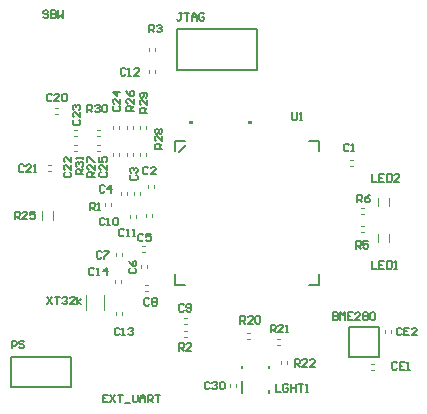
<source format=gto>
G04*
G04 #@! TF.GenerationSoftware,Altium Limited,Altium Designer,18.0.12 (696)*
G04*
G04 Layer_Color=65535*
%FSAX24Y24*%
%MOIN*%
G70*
G01*
G75*
%ADD10C,0.0039*%
%ADD11C,0.0060*%
%ADD12C,0.0070*%
%ADD13C,0.0079*%
%ADD14C,0.0071*%
%ADD15C,0.0040*%
%ADD16C,0.0050*%
G36*
X029905Y033655D02*
X029755D01*
Y033755D01*
X029905D01*
Y033655D01*
D02*
G37*
G36*
X031873D02*
X031723D01*
Y033755D01*
X031873D01*
Y033655D01*
D02*
G37*
D10*
X027252Y033501D02*
Y033599D01*
X027448Y033501D02*
Y033599D01*
X028152Y033501D02*
Y033599D01*
X028348Y033501D02*
X028348Y033599D01*
X028152Y032601D02*
Y032699D01*
X028348Y032601D02*
Y032699D01*
X027702Y032601D02*
Y032699D01*
X027898Y032601D02*
Y032699D01*
X027252Y032601D02*
Y032699D01*
X027448Y032601D02*
Y032699D01*
X027702Y033501D02*
Y033599D01*
X027898Y033501D02*
Y033599D01*
X026701Y033448D02*
X026799D01*
X026701Y033252D02*
X026799D01*
X026701Y032948D02*
X026799D01*
X026701Y032752D02*
X026799Y032752D01*
X025951Y033252D02*
X026049D01*
X025951Y033448D02*
X026049D01*
X025951Y032752D02*
X026049D01*
X025951Y032948D02*
X026049D01*
X029601Y027198D02*
X029699D01*
X029601Y027002D02*
X029699D01*
X029601Y026748D02*
X029699Y026748D01*
X029601Y026552D02*
X029699Y026552D01*
X028452Y035449D02*
X028452Y035351D01*
X028648D02*
Y035449D01*
X027548Y029349D02*
X027548Y029251D01*
X027352D02*
Y029349D01*
X035501Y030848D02*
X035599D01*
X035501Y030652D02*
X035599D01*
X035501Y030248D02*
X035599D01*
X035501Y030052D02*
X035599D01*
X036427Y030912D02*
Y031188D01*
X036073Y030912D02*
Y031188D01*
X036073Y029712D02*
X036073Y029988D01*
X036427Y029712D02*
Y029988D01*
X025074Y032103D02*
X025172Y032103D01*
X025074Y032300D02*
X025172D01*
X027178Y030921D02*
Y031020D01*
X026981Y030921D02*
X026981Y031020D01*
X028402Y031524D02*
Y031622D01*
X028598D02*
X028598Y031524D01*
X027952Y031301D02*
X027952Y031399D01*
X028148D02*
X028148Y031301D01*
X027502D02*
X027502Y031399D01*
X027698Y031301D02*
Y031399D01*
X028548Y030551D02*
Y030649D01*
X028352Y030551D02*
Y030649D01*
X027998Y030524D02*
Y030622D01*
X027802Y030524D02*
Y030622D01*
X031152Y024901D02*
Y024999D01*
X031348Y024901D02*
Y024999D01*
X027352Y027301D02*
Y027399D01*
X027548D02*
X027548Y027301D01*
X032701Y026302D02*
X032799D01*
X032701Y026498D02*
X032799Y026498D01*
X027302Y028351D02*
Y028449D01*
X027498Y028351D02*
Y028449D01*
X031701Y026698D02*
X031799D01*
X031701Y026502D02*
X031799Y026502D01*
X028648Y036101D02*
Y036199D01*
X028452D02*
X028452Y036101D01*
X025301Y034003D02*
X025399D01*
X025301Y034200D02*
X025399D01*
X035851Y025648D02*
X035949D01*
X035851Y025452D02*
X035949D01*
X033048Y025651D02*
Y025749D01*
X032852Y025651D02*
Y025749D01*
X025227Y030470D02*
Y030746D01*
X024873Y030470D02*
Y030746D01*
X036302Y026701D02*
Y026799D01*
X036498Y026701D02*
Y026799D01*
X028201Y029402D02*
X028299D01*
X028201Y029598D02*
X028299Y029598D01*
X028301Y028102D02*
X028399Y028102D01*
X028301Y028298D02*
X028399Y028298D01*
X035151Y032448D02*
X035249D01*
X035151Y032252D02*
X035249D01*
X028376Y028851D02*
Y028949D01*
X028179D02*
X028179Y028851D01*
D11*
X033756Y028300D02*
X034100D01*
X029300D02*
Y028644D01*
Y032756D02*
Y033100D01*
X033756D02*
X034100D01*
Y028300D02*
Y028644D01*
X029300Y028300D02*
X029644D01*
X029443Y032743D02*
X029657Y032957D01*
X034100Y032756D02*
Y033100D01*
X029300D02*
X029644D01*
D12*
X032453Y024707D02*
Y024786D01*
Y025514D02*
Y025593D01*
X031547Y025514D02*
Y025593D01*
Y024707D02*
Y025101D01*
D13*
X023850Y024900D02*
Y025900D01*
X025850D01*
Y024900D02*
Y025900D01*
X023850Y024900D02*
X025850Y024900D01*
X029360Y036820D02*
X029360Y035470D01*
X032040D02*
Y036820D01*
X029360Y036820D02*
X032040Y036820D01*
X029360Y035470D02*
X032040D01*
D14*
X035108Y026892D02*
X036092D01*
X035108Y025908D02*
X036092D01*
X035108D02*
Y026892D01*
X036092Y025908D02*
Y026892D01*
D15*
X026950Y027450D02*
Y027950D01*
X026350Y027450D02*
Y027950D01*
D16*
X027272Y034257D02*
X027230Y034215D01*
Y034132D01*
X027272Y034090D01*
X027438D01*
X027480Y034132D01*
Y034215D01*
X027438Y034257D01*
X027480Y034507D02*
Y034340D01*
X027313Y034507D01*
X027272D01*
X027230Y034465D01*
Y034382D01*
X027272Y034340D01*
X027480Y034715D02*
X027230D01*
X027355Y034590D01*
Y034756D01*
X028380Y034040D02*
X028130D01*
Y034165D01*
X028172Y034207D01*
X028255D01*
X028297Y034165D01*
Y034040D01*
Y034123D02*
X028380Y034207D01*
Y034457D02*
Y034290D01*
X028213Y034457D01*
X028172D01*
X028130Y034415D01*
Y034332D01*
X028172Y034290D01*
X028338Y034540D02*
X028380Y034581D01*
Y034665D01*
X028338Y034706D01*
X028172D01*
X028130Y034665D01*
Y034581D01*
X028172Y034540D01*
X028213D01*
X028255Y034581D01*
Y034706D01*
X028880Y032840D02*
X028630D01*
Y032965D01*
X028672Y033007D01*
X028755D01*
X028797Y032965D01*
Y032840D01*
Y032923D02*
X028880Y033007D01*
Y033257D02*
Y033090D01*
X028713Y033257D01*
X028672D01*
X028630Y033215D01*
Y033132D01*
X028672Y033090D01*
Y033340D02*
X028630Y033381D01*
Y033465D01*
X028672Y033506D01*
X028713D01*
X028755Y033465D01*
X028797Y033506D01*
X028838D01*
X028880Y033465D01*
Y033381D01*
X028838Y033340D01*
X028797D01*
X028755Y033381D01*
X028713Y033340D01*
X028672D01*
X028755Y033381D02*
Y033465D01*
X026822Y032057D02*
X026780Y032015D01*
Y031932D01*
X026822Y031890D01*
X026988D01*
X027030Y031932D01*
Y032015D01*
X026988Y032057D01*
X027030Y032307D02*
Y032140D01*
X026863Y032307D01*
X026822D01*
X026780Y032265D01*
Y032182D01*
X026822Y032140D01*
X026780Y032556D02*
Y032390D01*
X026905D01*
X026863Y032473D01*
Y032515D01*
X026905Y032556D01*
X026988D01*
X027030Y032515D01*
Y032431D01*
X026988Y032390D01*
X026630Y031890D02*
X026380D01*
Y032015D01*
X026422Y032057D01*
X026505D01*
X026547Y032015D01*
Y031890D01*
Y031973D02*
X026630Y032057D01*
Y032307D02*
Y032140D01*
X026463Y032307D01*
X026422D01*
X026380Y032265D01*
Y032182D01*
X026422Y032140D01*
X026380Y032390D02*
Y032556D01*
X026422D01*
X026588Y032390D01*
X026630D01*
X033210Y034050D02*
Y033842D01*
X033252Y033800D01*
X033335D01*
X033377Y033842D01*
Y034050D01*
X033460Y033800D02*
X033543D01*
X033502D01*
Y034050D01*
X033460Y034008D01*
X027930Y034090D02*
X027680D01*
Y034215D01*
X027722Y034257D01*
X027805D01*
X027847Y034215D01*
Y034090D01*
Y034173D02*
X027930Y034257D01*
Y034507D02*
Y034340D01*
X027763Y034507D01*
X027722D01*
X027680Y034465D01*
Y034382D01*
X027722Y034340D01*
X027680Y034756D02*
X027722Y034673D01*
X027805Y034590D01*
X027888D01*
X027930Y034631D01*
Y034715D01*
X027888Y034756D01*
X027847D01*
X027805Y034715D01*
Y034590D01*
X026380Y034060D02*
Y034310D01*
X026505D01*
X026547Y034268D01*
Y034185D01*
X026505Y034143D01*
X026380D01*
X026463D02*
X026547Y034060D01*
X026630Y034268D02*
X026672Y034310D01*
X026755D01*
X026797Y034268D01*
Y034227D01*
X026755Y034185D01*
X026713D01*
X026755D01*
X026797Y034143D01*
Y034102D01*
X026755Y034060D01*
X026672D01*
X026630Y034102D01*
X026880Y034268D02*
X026921Y034310D01*
X027005D01*
X027046Y034268D01*
Y034102D01*
X027005Y034060D01*
X026921D01*
X026880Y034102D01*
Y034268D01*
X026240Y031980D02*
X025990D01*
Y032105D01*
X026032Y032147D01*
X026115D01*
X026157Y032105D01*
Y031980D01*
Y032063D02*
X026240Y032147D01*
X026032Y032230D02*
X025990Y032272D01*
Y032355D01*
X026032Y032397D01*
X026073D01*
X026115Y032355D01*
Y032313D01*
Y032355D01*
X026157Y032397D01*
X026198D01*
X026240Y032355D01*
Y032272D01*
X026198Y032230D01*
X026240Y032480D02*
Y032563D01*
Y032521D01*
X025990D01*
X026032Y032480D01*
X025932Y033797D02*
X025890Y033755D01*
Y033672D01*
X025932Y033630D01*
X026098D01*
X026140Y033672D01*
Y033755D01*
X026098Y033797D01*
X026140Y034047D02*
Y033880D01*
X025973Y034047D01*
X025932D01*
X025890Y034005D01*
Y033922D01*
X025932Y033880D01*
Y034130D02*
X025890Y034171D01*
Y034255D01*
X025932Y034296D01*
X025973D01*
X026015Y034255D01*
Y034213D01*
Y034255D01*
X026057Y034296D01*
X026098D01*
X026140Y034255D01*
Y034171D01*
X026098Y034130D01*
X025632Y032047D02*
X025590Y032005D01*
Y031922D01*
X025632Y031880D01*
X025798D01*
X025840Y031922D01*
Y032005D01*
X025798Y032047D01*
X025840Y032297D02*
Y032130D01*
X025673Y032297D01*
X025632D01*
X025590Y032255D01*
Y032172D01*
X025632Y032130D01*
X025840Y032546D02*
Y032380D01*
X025673Y032546D01*
X025632D01*
X025590Y032505D01*
Y032421D01*
X025632Y032380D01*
X035380Y031060D02*
Y031310D01*
X035505D01*
X035547Y031268D01*
Y031185D01*
X035505Y031143D01*
X035380D01*
X035463D02*
X035547Y031060D01*
X035797Y031310D02*
X035713Y031268D01*
X035630Y031185D01*
Y031102D01*
X035672Y031060D01*
X035755D01*
X035797Y031102D01*
Y031143D01*
X035755Y031185D01*
X035630D01*
X035330Y029510D02*
Y029760D01*
X035455D01*
X035497Y029718D01*
Y029635D01*
X035455Y029593D01*
X035330D01*
X035413D02*
X035497Y029510D01*
X035747Y029760D02*
X035580D01*
Y029635D01*
X035663Y029677D01*
X035705D01*
X035747Y029635D01*
Y029552D01*
X035705Y029510D01*
X035622D01*
X035580Y029552D01*
X035870Y031990D02*
Y031740D01*
X036037D01*
X036287Y031990D02*
X036120D01*
Y031740D01*
X036287D01*
X036120Y031865D02*
X036203D01*
X036370Y031990D02*
Y031740D01*
X036495D01*
X036536Y031782D01*
Y031948D01*
X036495Y031990D01*
X036370D01*
X036786Y031740D02*
X036620D01*
X036786Y031907D01*
Y031948D01*
X036745Y031990D01*
X036661D01*
X036620Y031948D01*
X035870Y029090D02*
Y028840D01*
X036037D01*
X036287Y029090D02*
X036120D01*
Y028840D01*
X036287D01*
X036120Y028965D02*
X036203D01*
X036370Y029090D02*
Y028840D01*
X036495D01*
X036536Y028882D01*
Y029048D01*
X036495Y029090D01*
X036370D01*
X036620Y028840D02*
X036703D01*
X036661D01*
Y029090D01*
X036620Y029048D01*
X023860Y026190D02*
Y026440D01*
X023985D01*
X024027Y026398D01*
Y026315D01*
X023985Y026273D01*
X023860D01*
X024277Y026398D02*
X024235Y026440D01*
X024152D01*
X024110Y026398D01*
Y026357D01*
X024152Y026315D01*
X024235D01*
X024277Y026273D01*
Y026232D01*
X024235Y026190D01*
X024152D01*
X024110Y026232D01*
X023965Y030493D02*
Y030743D01*
X024090D01*
X024132Y030701D01*
Y030618D01*
X024090Y030576D01*
X023965D01*
X024048D02*
X024132Y030493D01*
X024382D02*
X024215D01*
X024382Y030660D01*
Y030701D01*
X024340Y030743D01*
X024257D01*
X024215Y030701D01*
X024631Y030743D02*
X024465D01*
Y030618D01*
X024548Y030660D01*
X024590D01*
X024631Y030618D01*
Y030535D01*
X024590Y030493D01*
X024506D01*
X024465Y030535D01*
X024269Y032270D02*
X024228Y032311D01*
X024144D01*
X024103Y032270D01*
Y032103D01*
X024144Y032061D01*
X024228D01*
X024269Y032103D01*
X024519Y032061D02*
X024353D01*
X024519Y032228D01*
Y032270D01*
X024478Y032311D01*
X024394D01*
X024353Y032270D01*
X024603Y032061D02*
X024686D01*
X024644D01*
Y032311D01*
X024603Y032270D01*
X025050Y027900D02*
X025217Y027650D01*
Y027900D02*
X025050Y027650D01*
X025300Y027900D02*
X025467D01*
X025383D01*
Y027650D01*
X025550Y027858D02*
X025591Y027900D01*
X025675D01*
X025716Y027858D01*
Y027817D01*
X025675Y027775D01*
X025633D01*
X025675D01*
X025716Y027733D01*
Y027692D01*
X025675Y027650D01*
X025591D01*
X025550Y027692D01*
X025966Y027650D02*
X025800D01*
X025966Y027817D01*
Y027858D01*
X025925Y027900D01*
X025841D01*
X025800Y027858D01*
X026050Y027650D02*
Y027900D01*
Y027733D02*
X026175Y027817D01*
X026050Y027733D02*
X026175Y027650D01*
X025087Y037408D02*
X025045Y037450D01*
X024962D01*
X024920Y037408D01*
Y037367D01*
X024962Y037325D01*
X025045D01*
X025087Y037283D01*
Y037242D01*
X025045Y037200D01*
X024962D01*
X024920Y037242D01*
X025170Y037450D02*
Y037200D01*
X025295D01*
X025337Y037242D01*
Y037283D01*
X025295Y037325D01*
X025170D01*
X025295D01*
X025337Y037367D01*
Y037408D01*
X025295Y037450D01*
X025170D01*
X025420D02*
Y037200D01*
X025503Y037283D01*
X025586Y037200D01*
Y037450D01*
X033290Y025570D02*
Y025820D01*
X033415D01*
X033457Y025778D01*
Y025695D01*
X033415Y025653D01*
X033290D01*
X033373D02*
X033457Y025570D01*
X033707D02*
X033540D01*
X033707Y025737D01*
Y025778D01*
X033665Y025820D01*
X033582D01*
X033540Y025778D01*
X033956Y025570D02*
X033790D01*
X033956Y025737D01*
Y025778D01*
X033915Y025820D01*
X033831D01*
X033790Y025778D01*
X032490Y026720D02*
Y026970D01*
X032615D01*
X032657Y026928D01*
Y026845D01*
X032615Y026803D01*
X032490D01*
X032573D02*
X032657Y026720D01*
X032907D02*
X032740D01*
X032907Y026887D01*
Y026928D01*
X032865Y026970D01*
X032782D01*
X032740Y026928D01*
X032990Y026720D02*
X033073D01*
X033031D01*
Y026970D01*
X032990Y026928D01*
X031480Y027010D02*
Y027260D01*
X031605D01*
X031647Y027218D01*
Y027135D01*
X031605Y027093D01*
X031480D01*
X031563D02*
X031647Y027010D01*
X031897D02*
X031730D01*
X031897Y027177D01*
Y027218D01*
X031855Y027260D01*
X031772D01*
X031730Y027218D01*
X031980D02*
X032021Y027260D01*
X032105D01*
X032146Y027218D01*
Y027052D01*
X032105Y027010D01*
X032021D01*
X031980Y027052D01*
Y027218D01*
X028440Y036720D02*
Y036970D01*
X028565D01*
X028607Y036928D01*
Y036845D01*
X028565Y036803D01*
X028440D01*
X028523D02*
X028607Y036720D01*
X028690Y036928D02*
X028732Y036970D01*
X028815D01*
X028857Y036928D01*
Y036887D01*
X028815Y036845D01*
X028773D01*
X028815D01*
X028857Y036803D01*
Y036762D01*
X028815Y036720D01*
X028732D01*
X028690Y036762D01*
X029430Y026110D02*
Y026360D01*
X029555D01*
X029597Y026318D01*
Y026235D01*
X029555Y026193D01*
X029430D01*
X029513D02*
X029597Y026110D01*
X029847D02*
X029680D01*
X029847Y026277D01*
Y026318D01*
X029805Y026360D01*
X029722D01*
X029680Y026318D01*
X026470Y030790D02*
Y031040D01*
X026595D01*
X026637Y030998D01*
Y030915D01*
X026595Y030873D01*
X026470D01*
X026553D02*
X026637Y030790D01*
X026720D02*
X026803D01*
X026762D01*
Y031040D01*
X026720Y030998D01*
X032660Y024990D02*
Y024740D01*
X032827D01*
X033077Y024948D02*
X033035Y024990D01*
X032952D01*
X032910Y024948D01*
Y024782D01*
X032952Y024740D01*
X033035D01*
X033077Y024782D01*
Y024865D01*
X032993D01*
X033160Y024990D02*
Y024740D01*
Y024865D01*
X033326D01*
Y024990D01*
Y024740D01*
X033410Y024990D02*
X033576D01*
X033493D01*
Y024740D01*
X033660D02*
X033743D01*
X033701D01*
Y024990D01*
X033660Y024948D01*
X029537Y037360D02*
X029453D01*
X029495D01*
Y037152D01*
X029453Y037110D01*
X029412D01*
X029370Y037152D01*
X029620Y037360D02*
X029787D01*
X029703D01*
Y037110D01*
X029870D02*
Y037277D01*
X029953Y037360D01*
X030036Y037277D01*
Y037110D01*
Y037235D01*
X029870D01*
X030286Y037318D02*
X030245Y037360D01*
X030161D01*
X030120Y037318D01*
Y037152D01*
X030161Y037110D01*
X030245D01*
X030286Y037152D01*
Y037235D01*
X030203D01*
X027057Y024640D02*
X026890D01*
Y024390D01*
X027057D01*
X026890Y024515D02*
X026973D01*
X027140Y024640D02*
X027307Y024390D01*
Y024640D02*
X027140Y024390D01*
X027390Y024640D02*
X027556D01*
X027473D01*
Y024390D01*
X027640Y024348D02*
X027806D01*
X027890Y024640D02*
Y024432D01*
X027931Y024390D01*
X028015D01*
X028056Y024432D01*
Y024640D01*
X028140Y024390D02*
Y024557D01*
X028223Y024640D01*
X028306Y024557D01*
Y024390D01*
Y024515D01*
X028140D01*
X028390Y024390D02*
Y024640D01*
X028514D01*
X028556Y024598D01*
Y024515D01*
X028514Y024473D01*
X028390D01*
X028473D02*
X028556Y024390D01*
X028639Y024640D02*
X028806D01*
X028723D01*
Y024390D01*
X036857Y026828D02*
X036815Y026870D01*
X036732D01*
X036690Y026828D01*
Y026662D01*
X036732Y026620D01*
X036815D01*
X036857Y026662D01*
X037107Y026870D02*
X036940D01*
Y026620D01*
X037107D01*
X036940Y026745D02*
X037023D01*
X037356Y026620D02*
X037190D01*
X037356Y026787D01*
Y026828D01*
X037315Y026870D01*
X037231D01*
X037190Y026828D01*
X036708Y025681D02*
X036666Y025723D01*
X036583D01*
X036541Y025681D01*
Y025515D01*
X036583Y025473D01*
X036666D01*
X036708Y025515D01*
X036957Y025723D02*
X036791D01*
Y025473D01*
X036957D01*
X036791Y025598D02*
X036874D01*
X037041Y025473D02*
X037124D01*
X037082D01*
Y025723D01*
X037041Y025681D01*
X030457Y025028D02*
X030415Y025070D01*
X030332D01*
X030290Y025028D01*
Y024862D01*
X030332Y024820D01*
X030415D01*
X030457Y024862D01*
X030540Y025028D02*
X030582Y025070D01*
X030665D01*
X030707Y025028D01*
Y024987D01*
X030665Y024945D01*
X030623D01*
X030665D01*
X030707Y024903D01*
Y024862D01*
X030665Y024820D01*
X030582D01*
X030540Y024862D01*
X030790Y025028D02*
X030831Y025070D01*
X030915D01*
X030956Y025028D01*
Y024862D01*
X030915Y024820D01*
X030831D01*
X030790Y024862D01*
Y025028D01*
X025197Y034620D02*
X025155Y034661D01*
X025072D01*
X025030Y034620D01*
Y034453D01*
X025072Y034411D01*
X025155D01*
X025197Y034453D01*
X025447Y034411D02*
X025280D01*
X025447Y034578D01*
Y034620D01*
X025405Y034661D01*
X025322D01*
X025280Y034620D01*
X025530D02*
X025571Y034661D01*
X025655D01*
X025696Y034620D01*
Y034453D01*
X025655Y034411D01*
X025571D01*
X025530Y034453D01*
Y034620D01*
X026607Y028828D02*
X026565Y028870D01*
X026482D01*
X026440Y028828D01*
Y028662D01*
X026482Y028620D01*
X026565D01*
X026607Y028662D01*
X026690Y028620D02*
X026773D01*
X026732D01*
Y028870D01*
X026690Y028828D01*
X027023Y028620D02*
Y028870D01*
X026898Y028745D01*
X027065D01*
X027457Y026828D02*
X027415Y026870D01*
X027332D01*
X027290Y026828D01*
Y026662D01*
X027332Y026620D01*
X027415D01*
X027457Y026662D01*
X027540Y026620D02*
X027623D01*
X027582D01*
Y026870D01*
X027540Y026828D01*
X027748D02*
X027790Y026870D01*
X027873D01*
X027915Y026828D01*
Y026787D01*
X027873Y026745D01*
X027831D01*
X027873D01*
X027915Y026703D01*
Y026662D01*
X027873Y026620D01*
X027790D01*
X027748Y026662D01*
X027657Y035478D02*
X027615Y035520D01*
X027532D01*
X027490Y035478D01*
Y035312D01*
X027532Y035270D01*
X027615D01*
X027657Y035312D01*
X027740Y035270D02*
X027823D01*
X027782D01*
Y035520D01*
X027740Y035478D01*
X028115Y035270D02*
X027948D01*
X028115Y035437D01*
Y035478D01*
X028073Y035520D01*
X027990D01*
X027948Y035478D01*
X027607Y030128D02*
X027565Y030170D01*
X027482D01*
X027440Y030128D01*
Y029962D01*
X027482Y029920D01*
X027565D01*
X027607Y029962D01*
X027690Y029920D02*
X027773D01*
X027732D01*
Y030170D01*
X027690Y030128D01*
X027898Y029920D02*
X027981D01*
X027940D01*
Y030170D01*
X027898Y030128D01*
X026957Y030501D02*
X026915Y030543D01*
X026832D01*
X026790Y030501D01*
Y030334D01*
X026832Y030293D01*
X026915D01*
X026957Y030334D01*
X027040Y030293D02*
X027123D01*
X027082D01*
Y030543D01*
X027040Y030501D01*
X027248D02*
X027290Y030543D01*
X027373D01*
X027415Y030501D01*
Y030334D01*
X027373Y030293D01*
X027290D01*
X027248Y030334D01*
Y030501D01*
X029597Y027618D02*
X029555Y027660D01*
X029472D01*
X029430Y027618D01*
Y027452D01*
X029472Y027410D01*
X029555D01*
X029597Y027452D01*
X029680D02*
X029722Y027410D01*
X029805D01*
X029847Y027452D01*
Y027618D01*
X029805Y027660D01*
X029722D01*
X029680Y027618D01*
Y027577D01*
X029722Y027535D01*
X029847D01*
X028447Y027818D02*
X028405Y027860D01*
X028322D01*
X028280Y027818D01*
Y027652D01*
X028322Y027610D01*
X028405D01*
X028447Y027652D01*
X028530Y027818D02*
X028572Y027860D01*
X028655D01*
X028697Y027818D01*
Y027777D01*
X028655Y027735D01*
X028697Y027693D01*
Y027652D01*
X028655Y027610D01*
X028572D01*
X028530Y027652D01*
Y027693D01*
X028572Y027735D01*
X028530Y027777D01*
Y027818D01*
X028572Y027735D02*
X028655D01*
X026857Y029378D02*
X026815Y029420D01*
X026732D01*
X026690Y029378D01*
Y029212D01*
X026732Y029170D01*
X026815D01*
X026857Y029212D01*
X026940Y029420D02*
X027107D01*
Y029378D01*
X026940Y029212D01*
Y029170D01*
X027809Y028847D02*
X027767Y028805D01*
Y028722D01*
X027809Y028680D01*
X027976D01*
X028017Y028722D01*
Y028805D01*
X027976Y028847D01*
X027767Y029097D02*
X027809Y029013D01*
X027892Y028930D01*
X027976D01*
X028017Y028972D01*
Y029055D01*
X027976Y029097D01*
X027934D01*
X027892Y029055D01*
Y028930D01*
X028247Y029968D02*
X028205Y030010D01*
X028122D01*
X028080Y029968D01*
Y029802D01*
X028122Y029760D01*
X028205D01*
X028247Y029802D01*
X028497Y030010D02*
X028330D01*
Y029885D01*
X028413Y029927D01*
X028455D01*
X028497Y029885D01*
Y029802D01*
X028455Y029760D01*
X028372D01*
X028330Y029802D01*
X026957Y031578D02*
X026915Y031620D01*
X026832D01*
X026790Y031578D01*
Y031412D01*
X026832Y031370D01*
X026915D01*
X026957Y031412D01*
X027165Y031370D02*
Y031620D01*
X027040Y031495D01*
X027207D01*
X027849Y031957D02*
X027807Y031915D01*
Y031832D01*
X027849Y031790D01*
X028015D01*
X028057Y031832D01*
Y031915D01*
X028015Y031957D01*
X027849Y032040D02*
X027807Y032082D01*
Y032165D01*
X027849Y032207D01*
X027890D01*
X027932Y032165D01*
Y032123D01*
Y032165D01*
X027973Y032207D01*
X028015D01*
X028057Y032165D01*
Y032082D01*
X028015Y032040D01*
X028407Y032198D02*
X028365Y032240D01*
X028282D01*
X028240Y032198D01*
Y032032D01*
X028282Y031990D01*
X028365D01*
X028407Y032032D01*
X028657Y031990D02*
X028490D01*
X028657Y032157D01*
Y032198D01*
X028615Y032240D01*
X028532D01*
X028490Y032198D01*
X035097Y032968D02*
X035055Y033010D01*
X034972D01*
X034930Y032968D01*
Y032802D01*
X034972Y032760D01*
X035055D01*
X035097Y032802D01*
X035180Y032760D02*
X035263D01*
X035222D01*
Y033010D01*
X035180Y032968D01*
X034570Y027380D02*
Y027130D01*
X034695D01*
X034737Y027172D01*
Y027213D01*
X034695Y027255D01*
X034570D01*
X034695D01*
X034737Y027297D01*
Y027338D01*
X034695Y027380D01*
X034570D01*
X034820Y027130D02*
Y027380D01*
X034903Y027297D01*
X034987Y027380D01*
Y027130D01*
X035236Y027380D02*
X035070D01*
Y027130D01*
X035236D01*
X035070Y027255D02*
X035153D01*
X035486Y027130D02*
X035320D01*
X035486Y027297D01*
Y027338D01*
X035445Y027380D01*
X035361D01*
X035320Y027338D01*
X035570D02*
X035611Y027380D01*
X035695D01*
X035736Y027338D01*
Y027297D01*
X035695Y027255D01*
X035736Y027213D01*
Y027172D01*
X035695Y027130D01*
X035611D01*
X035570Y027172D01*
Y027213D01*
X035611Y027255D01*
X035570Y027297D01*
Y027338D01*
X035611Y027255D02*
X035695D01*
X035820Y027338D02*
X035861Y027380D01*
X035945D01*
X035986Y027338D01*
Y027172D01*
X035945Y027130D01*
X035861D01*
X035820Y027172D01*
Y027338D01*
M02*

</source>
